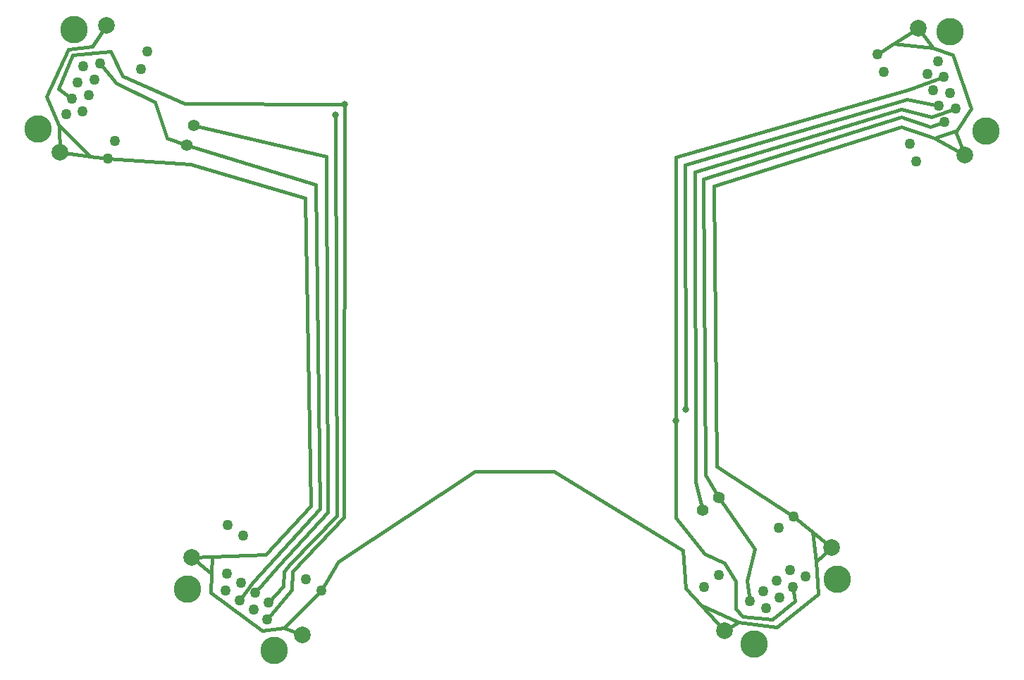
<source format=gtl>
G04 #@! TF.FileFunction,Copper,L1,Top,Signal*
%FSLAX46Y46*%
G04 Gerber Fmt 4.6, Leading zero omitted, Abs format (unit mm)*
G04 Created by KiCad (PCBNEW 4.0.7) date 10/05/18 09:29:34*
%MOMM*%
%LPD*%
G01*
G04 APERTURE LIST*
%ADD10C,0.100000*%
%ADD11C,1.400000*%
%ADD12C,2.000000*%
%ADD13C,1.270000*%
%ADD14C,3.300000*%
%ADD15C,0.812800*%
%ADD16C,0.406400*%
G04 APERTURE END LIST*
D10*
D11*
X71001167Y-139647833D03*
X70146117Y-141997065D03*
X132130800Y-185851800D03*
X134100827Y-184312646D03*
D12*
X70789237Y-191540658D03*
D13*
X86335256Y-195455475D03*
X84467590Y-194147720D03*
X76972348Y-188899496D03*
X75104682Y-187591742D03*
X75043245Y-193432857D03*
X76706124Y-194597217D03*
X78369002Y-195761577D03*
X80031881Y-196925937D03*
X76520693Y-196640356D03*
X78183571Y-197804716D03*
X74849623Y-195470260D03*
X79846450Y-198969076D03*
D14*
X80675000Y-202650000D03*
X70271769Y-195365580D03*
D12*
X84100458Y-200861275D03*
X163607230Y-143161385D03*
D13*
X153118123Y-131037724D03*
X153897929Y-133180223D03*
X157027413Y-141778411D03*
X157807219Y-143920910D03*
X161207871Y-139171387D03*
X160513570Y-137263810D03*
X159819271Y-135356235D03*
X159124969Y-133448659D03*
X161837363Y-135696529D03*
X161143062Y-133788953D03*
X162535084Y-137613502D03*
X160448761Y-131881377D03*
D14*
X161881344Y-128390903D03*
X166225000Y-140325000D03*
D12*
X158049403Y-127891380D03*
X60492520Y-127593940D03*
D13*
X60734703Y-143623471D03*
X61514509Y-141480971D03*
X64643993Y-132882784D03*
X65423799Y-130740285D03*
X59765814Y-132192733D03*
X59071513Y-134100309D03*
X58377212Y-136007885D03*
X57682910Y-137915461D03*
X57050000Y-134450000D03*
X56355699Y-136357576D03*
X57747721Y-132533027D03*
X55661398Y-138265152D03*
D14*
X52320343Y-140018163D03*
X56663998Y-128084067D03*
D12*
X54934692Y-142863945D03*
X134803151Y-200312221D03*
D13*
X143092125Y-186590071D03*
X141295460Y-187993779D03*
X134085162Y-193627082D03*
X132288497Y-195030790D03*
X137856421Y-196797319D03*
X139456083Y-195547526D03*
X141055745Y-194297733D03*
X142655407Y-193047941D03*
X141355731Y-196322211D03*
X142955393Y-195072418D03*
X139748189Y-197578160D03*
X144555055Y-193822625D03*
D14*
X148317385Y-194106477D03*
X138309649Y-201925378D03*
D12*
X147608325Y-190307722D03*
D15*
X89103200Y-137033000D03*
X88011000Y-138328400D03*
X128930400Y-175082200D03*
X130149600Y-173761400D03*
D16*
X89103200Y-137033000D02*
X69926200Y-136982200D01*
X54737000Y-135204200D02*
X56355699Y-136357576D01*
X56489600Y-131140200D02*
X54737000Y-135204200D01*
X61036200Y-130683000D02*
X56489600Y-131140200D01*
X62484000Y-133654800D02*
X61036200Y-130683000D01*
X69926200Y-136982200D02*
X62484000Y-133654800D01*
X79846450Y-198969076D02*
X82829400Y-195427600D01*
X89052400Y-186664600D02*
X89103200Y-137033000D01*
X82854800Y-193192400D02*
X89052400Y-186664600D01*
X82829400Y-195427600D02*
X82854800Y-193192400D01*
X79846450Y-198969076D02*
X79846450Y-198816950D01*
X80031881Y-196925937D02*
X81813400Y-194945000D01*
X88188800Y-186486800D02*
X88011000Y-138328400D01*
X82626200Y-192278000D02*
X88188800Y-186486800D01*
X81889600Y-193167000D02*
X82626200Y-192278000D01*
X81813400Y-194945000D02*
X81889600Y-193167000D01*
X128930400Y-175082200D02*
X128955800Y-186791600D01*
X143205200Y-196723000D02*
X142955393Y-195072418D01*
X140512800Y-198983600D02*
X143205200Y-196723000D01*
X136956800Y-198602600D02*
X140512800Y-198983600D01*
X136169400Y-197713600D02*
X136956800Y-198602600D01*
X136169400Y-194386200D02*
X136169400Y-197713600D01*
X134747000Y-192201800D02*
X136169400Y-194386200D01*
X132410200Y-191084200D02*
X134747000Y-192201800D01*
X128955800Y-186791600D02*
X132410200Y-191084200D01*
X161143062Y-133788953D02*
X156946600Y-135255000D01*
X128930400Y-143383000D02*
X128930400Y-175082200D01*
X156946600Y-135255000D02*
X128930400Y-143383000D01*
X78369002Y-195761577D02*
X81229200Y-192430400D01*
X86918800Y-143332200D02*
X71001167Y-139647833D01*
X87122000Y-186055000D02*
X86918800Y-143332200D01*
X81229200Y-192430400D02*
X87122000Y-186055000D01*
X76520693Y-196640356D02*
X78105000Y-194437000D01*
X85674200Y-146735800D02*
X70146117Y-141997065D01*
X86207600Y-185674000D02*
X85674200Y-146735800D01*
X78105000Y-194437000D02*
X86207600Y-185674000D01*
X70146117Y-141997065D02*
X67792600Y-141147800D01*
X67792600Y-141147800D02*
X66344800Y-136829800D01*
X66344800Y-136829800D02*
X61747400Y-134543800D01*
X61747400Y-134543800D02*
X59765814Y-132192733D01*
X160513570Y-137263810D02*
X156667200Y-136474200D01*
X130073400Y-144373600D02*
X130149600Y-173761400D01*
X156667200Y-136474200D02*
X130073400Y-144373600D01*
X162535084Y-137613502D02*
X159689800Y-138607800D01*
X131318000Y-182422800D02*
X132130800Y-185851800D01*
X131241800Y-145161000D02*
X131318000Y-182422800D01*
X156032200Y-137668000D02*
X131241800Y-145161000D01*
X159689800Y-138607800D02*
X156032200Y-137668000D01*
X134100827Y-184312646D02*
X138430000Y-190500000D01*
X137515600Y-194310000D02*
X137856421Y-196797319D01*
X138430000Y-190500000D02*
X137515600Y-194310000D01*
X161207871Y-139171387D02*
X159512000Y-139750800D01*
X132461000Y-181635400D02*
X134100827Y-184312646D01*
X132232400Y-146024600D02*
X132461000Y-181635400D01*
X156032200Y-138607800D02*
X132232400Y-146024600D01*
X159512000Y-139750800D02*
X156032200Y-138607800D01*
X54776787Y-139494532D02*
X58545099Y-143336737D01*
X54934692Y-142863945D02*
X54864000Y-139700000D01*
X58851800Y-130149600D02*
X60492520Y-127593940D01*
X55956200Y-130429000D02*
X58851800Y-130149600D01*
X53365400Y-136169400D02*
X55956200Y-130429000D01*
X54864000Y-139700000D02*
X54776787Y-139494532D01*
X54776787Y-139494532D02*
X53365400Y-136169400D01*
X145745200Y-191998600D02*
X145354260Y-188452218D01*
X136448800Y-199339200D02*
X131989140Y-197252308D01*
X134803151Y-200312221D02*
X131989140Y-197252308D01*
X131989140Y-197252308D02*
X130124200Y-195224400D01*
X130124200Y-195224400D02*
X129743200Y-190652400D01*
X129743200Y-190652400D02*
X114274600Y-181152800D01*
X114274600Y-181152800D02*
X104800400Y-181152800D01*
X104800400Y-181152800D02*
X88341200Y-192049400D01*
X88341200Y-192049400D02*
X86335256Y-195455475D01*
X147608325Y-190307722D02*
X145745200Y-191998600D01*
X136448800Y-199339200D02*
X134803151Y-200312221D01*
X141046200Y-199923400D02*
X136448800Y-199339200D01*
X141325600Y-199720200D02*
X141046200Y-199923400D01*
X146075400Y-195910200D02*
X141325600Y-199720200D01*
X145745200Y-191998600D02*
X146075400Y-195910200D01*
X70789237Y-191540658D02*
X73233877Y-191435799D01*
X73233877Y-191435799D02*
X79654400Y-191160400D01*
X70637400Y-144246600D02*
X60734703Y-143623471D01*
X84429600Y-148361400D02*
X70637400Y-144246600D01*
X85039200Y-185293000D02*
X84429600Y-148361400D01*
X79654400Y-191160400D02*
X85039200Y-185293000D01*
X159867600Y-130276600D02*
X155086258Y-129781979D01*
X160020000Y-141097000D02*
X162697285Y-140194871D01*
X162697285Y-140194871D02*
X162697285Y-140194872D01*
X73177400Y-193497200D02*
X73233877Y-191435799D01*
X81838800Y-199974200D02*
X86335256Y-195455475D01*
X60734703Y-143623471D02*
X58545099Y-143336737D01*
X58545099Y-143336737D02*
X54934692Y-142863945D01*
X84100458Y-200861275D02*
X81838800Y-199974200D01*
X81838800Y-199974200D02*
X79197200Y-200304400D01*
X79197200Y-200304400D02*
X73025000Y-195757800D01*
X73025000Y-195757800D02*
X73177400Y-193497200D01*
X73177400Y-193497200D02*
X70789237Y-191540658D01*
X143092125Y-186590071D02*
X145354260Y-188452218D01*
X145354260Y-188452218D02*
X147608325Y-190307722D01*
X153118123Y-131037724D02*
X155086258Y-129781979D01*
X155086258Y-129781979D02*
X158049403Y-127891380D01*
X158049403Y-127891380D02*
X159867600Y-130276600D01*
X164439600Y-137617200D02*
X162697285Y-140194872D01*
X162179000Y-131165600D02*
X164439600Y-137617200D01*
X159867600Y-130276600D02*
X162179000Y-131165600D01*
X162697285Y-140194872D02*
X162585400Y-140360400D01*
X162585400Y-140360400D02*
X163607230Y-143161385D01*
X163607230Y-143161385D02*
X160020000Y-141097000D01*
X160020000Y-141097000D02*
X156057600Y-139776200D01*
X156057600Y-139776200D02*
X133502400Y-146888200D01*
X133502400Y-146888200D02*
X133832600Y-180619400D01*
X133832600Y-180619400D02*
X143092125Y-186590071D01*
M02*

</source>
